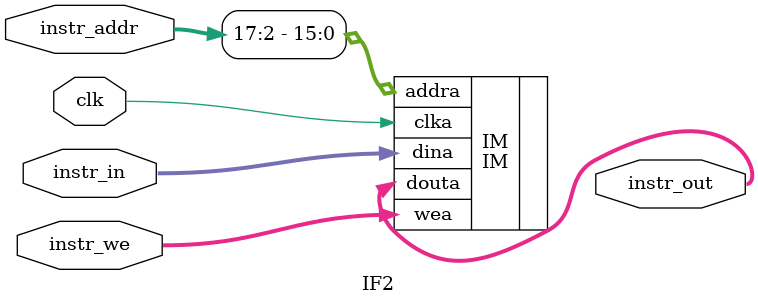
<source format=v>
`timescale 1ns / 1ps


module IF2(
    input clk,
    input  [3:0] instr_we,
    input [31:0] instr_addr,
    input [31:0] instr_in,
    output [31:0] instr_out
    );
    IM IM
    (
        .addra (instr_addr[17:2]),
        .clka (clk),
        .dina (instr_in),
        .douta (instr_out),
        .wea (instr_we)
    );
endmodule

</source>
